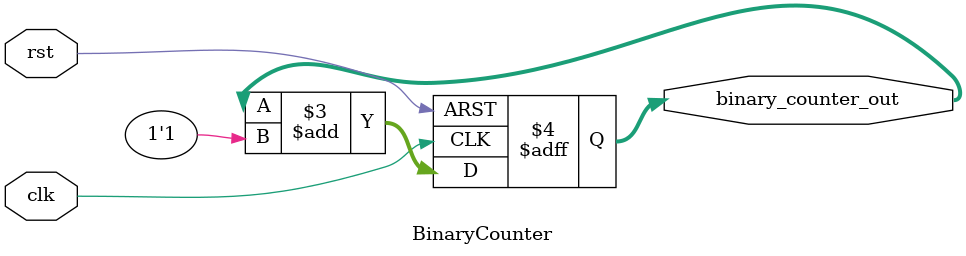
<source format=v>
`timescale 1ns / 1ps
module BinaryCounter(binary_counter_out, clk, rst);

//2bit binary counter
input clk, rst;
output reg [1:0]binary_counter_out;

always@(posedge clk or negedge rst)
begin 
	if (!rst)
		binary_counter_out <= 2'd0;
	else 
		binary_counter_out <= binary_counter_out + 1'b1;
end

endmodule

</source>
